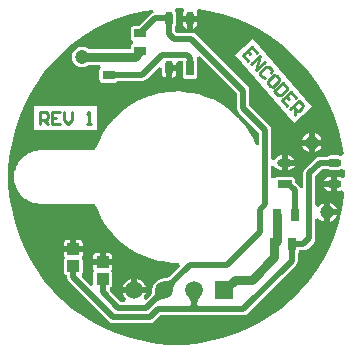
<source format=gtl>
G04 Layer_Physical_Order=1*
G04 Layer_Color=255*
%FSLAX25Y25*%
%MOIN*%
G70*
G01*
G75*
%ADD10R,0.03150X0.04134*%
%ADD11O,0.05118X0.02756*%
%ADD12R,0.05118X0.02756*%
%ADD13R,0.04134X0.03150*%
%ADD14R,0.04331X0.03937*%
%ADD15O,0.02756X0.05118*%
%ADD16R,0.02756X0.05118*%
%ADD17C,0.02000*%
%ADD18C,0.02953*%
%ADD19C,0.01000*%
%ADD20C,0.05905*%
%ADD21R,0.05905X0.05905*%
%ADD22C,0.04724*%
G36*
X71641Y32431D02*
X71454Y32229D01*
X71286Y32017D01*
X71139Y31794D01*
X71012Y31561D01*
X70905Y31318D01*
X70818Y31065D01*
X70750Y30801D01*
X70703Y30528D01*
X70676Y30244D01*
X70669Y29951D01*
X67746Y32874D01*
X68040Y32881D01*
X68323Y32908D01*
X68597Y32955D01*
X68860Y33022D01*
X69113Y33109D01*
X69356Y33217D01*
X69589Y33344D01*
X69812Y33491D01*
X70024Y33658D01*
X70227Y33846D01*
X71641Y32431D01*
D02*
G37*
G36*
X74208Y123604D02*
X74394Y122964D01*
X74138Y122581D01*
X73953Y121653D01*
Y121457D01*
X76378D01*
X78803D01*
Y121653D01*
X78618Y122581D01*
X78595Y122616D01*
X79174Y123521D01*
X82846Y122940D01*
X87131Y121911D01*
X91322Y120549D01*
X95393Y118863D01*
X99319Y116862D01*
X103076Y114560D01*
X106641Y111970D01*
X109992Y109108D01*
X113108Y105992D01*
X115970Y102641D01*
X118560Y99076D01*
X120862Y95319D01*
X122863Y91393D01*
X124549Y87322D01*
X125911Y83131D01*
X126939Y78846D01*
X127517Y75197D01*
X126613Y74618D01*
X126518Y74681D01*
X125591Y74866D01*
X123228D01*
X122301Y74681D01*
X122000Y74480D01*
X119685D01*
X118905Y74325D01*
X118243Y73883D01*
X114700Y70340D01*
X114258Y69678D01*
X114102Y68898D01*
Y63997D01*
X113118Y63900D01*
X113104Y63969D01*
X112662Y64631D01*
X112662Y64631D01*
X111453Y65841D01*
Y66732D01*
X111375Y67123D01*
X111154Y67453D01*
X110823Y67674D01*
X110433Y67752D01*
X105315D01*
X104925Y67674D01*
X104594Y67453D01*
X104464Y67259D01*
X103907Y67279D01*
X103480Y67423D01*
Y71359D01*
X104453Y71513D01*
X104979Y70727D01*
X105765Y70201D01*
X106693Y70016D01*
X106890D01*
Y72441D01*
Y74866D01*
X106693D01*
X105765Y74681D01*
X104979Y74155D01*
X104453Y73369D01*
X103480Y73523D01*
Y83205D01*
X103325Y83985D01*
X102883Y84647D01*
X96134Y91396D01*
Y96457D01*
X96134Y96457D01*
X95978Y97237D01*
X95536Y97899D01*
X95536Y97899D01*
X78214Y115222D01*
X77552Y115664D01*
X76772Y115819D01*
X71711D01*
X71330Y116199D01*
Y118063D01*
X71531Y118363D01*
X71716Y119291D01*
Y121653D01*
X71531Y122581D01*
X71258Y122990D01*
X71735Y123975D01*
X73935D01*
X74208Y123604D01*
D02*
G37*
G36*
X64243Y122465D02*
X64054Y122427D01*
X63393Y121985D01*
X59553Y118146D01*
X57776D01*
X57385Y118068D01*
X57055Y117847D01*
X56834Y117516D01*
X56756Y117126D01*
Y113976D01*
X56834Y113586D01*
X57055Y113255D01*
X57234Y113136D01*
X57317Y112598D01*
X57234Y112061D01*
X57055Y111941D01*
X56834Y111611D01*
X56756Y111221D01*
Y110202D01*
X51629D01*
X51279Y110272D01*
X47146D01*
X46796Y110202D01*
X42587D01*
X42050Y110614D01*
X41232Y110953D01*
X40354Y111068D01*
X39477Y110953D01*
X38659Y110614D01*
X37956Y110075D01*
X37418Y109373D01*
X37079Y108555D01*
X36963Y107677D01*
X37079Y106799D01*
X37418Y105982D01*
X37956Y105279D01*
X38659Y104740D01*
X39477Y104402D01*
X40354Y104286D01*
X41232Y104402D01*
X42050Y104740D01*
X42587Y105152D01*
X46411D01*
X46451Y105053D01*
X46575Y104168D01*
X46425Y104067D01*
X46204Y103737D01*
X46126Y103347D01*
Y100197D01*
X46204Y99807D01*
X46425Y99476D01*
X46755Y99255D01*
X47146Y99177D01*
X51279D01*
X51670Y99255D01*
X52000Y99476D01*
X52172Y99733D01*
X60433D01*
X61213Y99888D01*
X61875Y100330D01*
X65883Y104337D01*
X66867Y103930D01*
Y102756D01*
X67051Y101828D01*
X67577Y101041D01*
X68307Y100554D01*
Y103937D01*
X69291D01*
Y104921D01*
X71716D01*
Y105118D01*
X71645Y105473D01*
X72350Y106457D01*
X73980D01*
Y101378D01*
X74058Y100988D01*
X74279Y100657D01*
X74610Y100436D01*
X75000Y100358D01*
X77756D01*
X78146Y100436D01*
X78477Y100657D01*
X78698Y100988D01*
X78776Y101378D01*
Y106496D01*
X78698Y106886D01*
X78579Y107064D01*
X78645Y107630D01*
X79678Y107989D01*
X92055Y95612D01*
Y90551D01*
X92211Y89771D01*
X92653Y89109D01*
X99402Y82360D01*
Y78436D01*
X98430Y78238D01*
X98372Y78417D01*
X96987Y81340D01*
X96884Y81498D01*
X96804Y81669D01*
X95061Y84394D01*
X94940Y84538D01*
X94839Y84697D01*
X92766Y87180D01*
X92628Y87308D01*
X92507Y87453D01*
X90138Y89655D01*
X89984Y89764D01*
X89847Y89893D01*
X87219Y91778D01*
X87053Y91867D01*
X86900Y91978D01*
X84055Y93517D01*
X83879Y93584D01*
X83713Y93675D01*
X80697Y94842D01*
X80514Y94887D01*
X80338Y94956D01*
X77199Y95734D01*
X77012Y95755D01*
X76829Y95801D01*
X73616Y96176D01*
X73428Y96174D01*
X73241Y96197D01*
X70007Y96164D01*
X69820Y96138D01*
X69631Y96136D01*
X66427Y95696D01*
X66245Y95647D01*
X66058Y95622D01*
X62935Y94781D01*
X62761Y94709D01*
X62579Y94660D01*
X59587Y93433D01*
X59423Y93339D01*
X59248Y93268D01*
X56435Y91672D01*
X56284Y91559D01*
X56120Y91466D01*
X53530Y89529D01*
X53395Y89397D01*
X53244Y89285D01*
X50919Y87036D01*
X50802Y86888D01*
X50666Y86758D01*
X48644Y84234D01*
X48546Y84073D01*
X48427Y83926D01*
X46739Y81167D01*
X46663Y80995D01*
X46564Y80834D01*
X45237Y77885D01*
X45183Y77704D01*
X45105Y77532D01*
X44805Y76548D01*
X26634D01*
X26479Y76527D01*
X26323Y76531D01*
X25095Y76402D01*
X24792Y76330D01*
X24486Y76273D01*
X23312Y75892D01*
X23031Y75757D01*
X22743Y75638D01*
X21674Y75021D01*
X21427Y74831D01*
X21170Y74655D01*
X20253Y73829D01*
X20051Y73592D01*
X19836Y73366D01*
X19110Y72367D01*
X18962Y72094D01*
X18799Y71828D01*
X18297Y70700D01*
X18208Y70402D01*
X18104Y70108D01*
X17848Y68901D01*
X17823Y68590D01*
X17783Y68281D01*
Y67047D01*
X17823Y66738D01*
X17848Y66428D01*
X18104Y65220D01*
X18208Y64926D01*
X18297Y64628D01*
X18799Y63500D01*
X18962Y63234D01*
X19110Y62961D01*
X19836Y61962D01*
X20051Y61736D01*
X20253Y61499D01*
X21170Y60673D01*
X21427Y60497D01*
X21674Y60307D01*
X22743Y59690D01*
X23031Y59571D01*
X23312Y59437D01*
X24486Y59055D01*
X24792Y58998D01*
X25095Y58926D01*
X26323Y58797D01*
X26479Y58801D01*
X26634Y58780D01*
X44805D01*
X45105Y57796D01*
X45183Y57625D01*
X45237Y57444D01*
X46564Y54494D01*
X46663Y54334D01*
X46739Y54161D01*
X48427Y51402D01*
X48546Y51256D01*
X48644Y51094D01*
X50666Y48570D01*
X50802Y48440D01*
X50919Y48292D01*
X53244Y46043D01*
X53395Y45931D01*
X53530Y45799D01*
X56120Y43862D01*
X56284Y43769D01*
X56435Y43656D01*
X59248Y42060D01*
X59423Y41989D01*
X59587Y41896D01*
X62579Y40668D01*
X62761Y40620D01*
X62935Y40547D01*
X66058Y39706D01*
X66245Y39682D01*
X66427Y39632D01*
X69631Y39192D01*
X69820Y39191D01*
X70007Y39164D01*
X72657Y39138D01*
X73061Y38149D01*
X69287Y34375D01*
X69214Y34318D01*
X69063Y34218D01*
X68905Y34132D01*
X68741Y34059D01*
X68568Y34000D01*
X68384Y33953D01*
X68188Y33919D01*
X67979Y33899D01*
X67813Y33895D01*
X67716Y33908D01*
X66685Y33772D01*
X65723Y33374D01*
X64897Y32740D01*
X64264Y31915D01*
X63866Y30953D01*
X63730Y29921D01*
X63742Y29824D01*
X63739Y29659D01*
X63718Y29450D01*
X63685Y29254D01*
X63638Y29070D01*
X63578Y28897D01*
X63506Y28733D01*
X63420Y28575D01*
X63320Y28424D01*
X63262Y28351D01*
X61609Y26698D01*
X61488Y26726D01*
X61093Y27829D01*
X61169Y27928D01*
X61568Y28889D01*
X61574Y28937D01*
X57717D01*
X53859D01*
X53865Y28889D01*
X54264Y27928D01*
X54897Y27102D01*
X54979Y27039D01*
X54645Y26055D01*
X53335D01*
X49579Y29811D01*
X49793Y30819D01*
X49825Y30866D01*
X50130Y31070D01*
X50351Y31401D01*
X50429Y31791D01*
Y35728D01*
X50351Y36119D01*
X50130Y36449D01*
Y36779D01*
X50351Y37110D01*
X50429Y37500D01*
Y38484D01*
X44059D01*
Y37500D01*
X44137Y37110D01*
X44358Y36779D01*
Y36449D01*
X44137Y36119D01*
X44059Y35728D01*
Y31870D01*
X43878Y31716D01*
X43132Y31405D01*
X40253Y34284D01*
X40232Y34347D01*
X40288Y35401D01*
X40509Y35732D01*
X40587Y36122D01*
Y40059D01*
X40509Y40449D01*
X40288Y40780D01*
Y41110D01*
X40509Y41440D01*
X40587Y41831D01*
Y42815D01*
X34217D01*
Y41831D01*
X34294Y41440D01*
X34515Y41110D01*
Y40780D01*
X34294Y40449D01*
X34217Y40059D01*
Y36122D01*
X34294Y35732D01*
X34515Y35401D01*
X34846Y35180D01*
X35236Y35102D01*
X35362D01*
Y34252D01*
X35518Y33472D01*
X35960Y32810D01*
X49196Y19574D01*
X49857Y19132D01*
X50638Y18977D01*
X63054D01*
X63834Y19132D01*
X64496Y19574D01*
X66505Y21583D01*
X94095D01*
X94875Y21738D01*
X95536Y22180D01*
X111678Y38322D01*
X112120Y38983D01*
X112275Y39764D01*
Y42316D01*
X112532Y42488D01*
X112753Y42818D01*
X112831Y43209D01*
Y43236D01*
X114173D01*
X114954Y43392D01*
X115615Y43834D01*
X117584Y45802D01*
X118026Y46464D01*
X118181Y47244D01*
Y53549D01*
X119058Y54141D01*
X119165Y54138D01*
X119649Y53508D01*
X120352Y52969D01*
X121063Y52674D01*
Y55905D01*
Y59137D01*
X120352Y58842D01*
X119649Y58303D01*
X119165Y57673D01*
X119058Y57670D01*
X118181Y58262D01*
Y68053D01*
X120530Y70402D01*
X122000D01*
X122301Y70201D01*
X123228Y70016D01*
X125591D01*
X126518Y70201D01*
X126956Y70494D01*
X127939Y70114D01*
X127974Y70080D01*
Y67715D01*
X127953Y67694D01*
X126990Y67279D01*
X126518Y67594D01*
X125591Y67779D01*
X125394D01*
Y65354D01*
Y62930D01*
X125591D01*
X126518Y63114D01*
X126799Y63302D01*
X127743Y62749D01*
X127629Y61301D01*
X126939Y56949D01*
X125911Y52664D01*
X124549Y48474D01*
X122863Y44402D01*
X120862Y40476D01*
X118560Y36719D01*
X115970Y33154D01*
X113108Y29803D01*
X109992Y26687D01*
X106641Y23825D01*
X103076Y21235D01*
X99319Y18933D01*
X95393Y16932D01*
X91322Y15246D01*
X87131Y13884D01*
X82846Y12856D01*
X78494Y12166D01*
X74101Y11821D01*
X69694D01*
X65301Y12166D01*
X60949Y12856D01*
X56664Y13884D01*
X52473Y15246D01*
X48402Y16932D01*
X44476Y18933D01*
X40719Y21235D01*
X37154Y23825D01*
X33803Y26687D01*
X30687Y29803D01*
X27825Y33154D01*
X25235Y36719D01*
X22933Y40476D01*
X20932Y44402D01*
X19246Y48473D01*
X17884Y52664D01*
X16856Y56949D01*
X16166Y61301D01*
X15821Y65694D01*
Y70101D01*
X16166Y74494D01*
X16856Y78846D01*
X17884Y83131D01*
X19246Y87322D01*
X20932Y91393D01*
X22933Y95319D01*
X25235Y99076D01*
X27825Y102641D01*
X30687Y105992D01*
X33803Y109108D01*
X37154Y111970D01*
X40719Y114560D01*
X44476Y116862D01*
X48402Y118863D01*
X52473Y120549D01*
X56664Y121911D01*
X60949Y122940D01*
X64070Y123434D01*
X64243Y122465D01*
D02*
G37*
G36*
X79581Y27600D02*
X79399Y27380D01*
X79239Y27154D01*
X79101Y26920D01*
X78983Y26679D01*
X78887Y26432D01*
X78813Y26177D01*
X78759Y25916D01*
X78727Y25647D01*
X78722Y25516D01*
X78727Y25432D01*
X78756Y25262D01*
X78807Y25112D01*
X78877Y24982D01*
X78966Y24872D01*
X79076Y24782D01*
X79207Y24712D01*
X79356Y24662D01*
X79527Y24632D01*
X79716Y24622D01*
X77716Y22622D01*
X75717Y24622D01*
X75906Y24632D01*
X76077Y24662D01*
X76227Y24712D01*
X76357Y24782D01*
X76467Y24872D01*
X76556Y24982D01*
X76626Y25112D01*
X76676Y25262D01*
X76706Y25432D01*
X76711Y25516D01*
X76706Y25647D01*
X76674Y25916D01*
X76621Y26177D01*
X76546Y26432D01*
X76450Y26679D01*
X76332Y26920D01*
X76194Y27154D01*
X76034Y27380D01*
X75852Y27600D01*
X75650Y27813D01*
X79783D01*
X79581Y27600D01*
D02*
G37*
G36*
X67687Y26969D02*
X67393Y26962D01*
X67110Y26935D01*
X66836Y26888D01*
X66573Y26820D01*
X66320Y26733D01*
X66077Y26626D01*
X65844Y26499D01*
X65621Y26351D01*
X65409Y26184D01*
X65206Y25997D01*
X63792Y27411D01*
X63980Y27613D01*
X64147Y27826D01*
X64294Y28049D01*
X64421Y28282D01*
X64529Y28525D01*
X64616Y28778D01*
X64683Y29041D01*
X64730Y29314D01*
X64757Y29598D01*
X64764Y29892D01*
X67687Y26969D01*
D02*
G37*
%LPC*%
G36*
X97254Y113676D02*
X91273Y108461D01*
X111143Y85668D01*
X117125Y90883D01*
X97254Y113676D01*
D02*
G37*
G36*
X117913Y82365D02*
Y80118D01*
X120161D01*
X119866Y80830D01*
X119327Y81532D01*
X118625Y82071D01*
X117913Y82365D01*
D02*
G37*
G36*
X78803Y119488D02*
X77362D01*
Y117089D01*
X78092Y117577D01*
X78618Y118363D01*
X78803Y119291D01*
Y119488D01*
D02*
G37*
G36*
X75394D02*
X73953D01*
Y119291D01*
X74138Y118363D01*
X74664Y117577D01*
X75394Y117089D01*
Y119488D01*
D02*
G37*
G36*
X109055Y74866D02*
X108858D01*
Y73425D01*
X111257D01*
X110769Y74155D01*
X109983Y74681D01*
X109055Y74866D01*
D02*
G37*
G36*
X111257Y71457D02*
X108858D01*
Y70016D01*
X109055D01*
X109983Y70201D01*
X110769Y70727D01*
X111257Y71457D01*
D02*
G37*
G36*
X115945Y82365D02*
X115234Y82071D01*
X114531Y81532D01*
X113992Y80830D01*
X113698Y80118D01*
X115945D01*
Y82365D01*
D02*
G37*
G36*
X120161Y78150D02*
X117913D01*
Y75902D01*
X118625Y76197D01*
X119327Y76736D01*
X119866Y77438D01*
X120161Y78150D01*
D02*
G37*
G36*
X115945D02*
X113698D01*
X113992Y77438D01*
X114531Y76736D01*
X115234Y76197D01*
X115945Y75902D01*
Y78150D01*
D02*
G37*
G36*
X39567Y46787D02*
X38386D01*
Y44783D01*
X40587D01*
Y45768D01*
X40509Y46158D01*
X40288Y46489D01*
X39957Y46710D01*
X39567Y46787D01*
D02*
G37*
G36*
X125279Y54921D02*
X123031D01*
Y52674D01*
X123743Y52969D01*
X124445Y53508D01*
X124984Y54210D01*
X125279Y54921D01*
D02*
G37*
G36*
X123425Y64370D02*
X121026D01*
X121514Y63640D01*
X122301Y63114D01*
X123228Y62930D01*
X123425D01*
Y64370D01*
D02*
G37*
G36*
X123031Y59137D02*
Y56890D01*
X125279D01*
X124984Y57601D01*
X124445Y58303D01*
X123743Y58842D01*
X123031Y59137D01*
D02*
G37*
G36*
X58701Y33779D02*
Y30906D01*
X61574D01*
X61568Y30953D01*
X61169Y31915D01*
X60536Y32740D01*
X59710Y33374D01*
X58748Y33772D01*
X58701Y33779D01*
D02*
G37*
G36*
X56732Y33779D02*
X56685Y33772D01*
X55723Y33374D01*
X54897Y32740D01*
X54264Y31915D01*
X53865Y30953D01*
X53859Y30906D01*
X56732D01*
Y33779D01*
D02*
G37*
G36*
X46260Y42457D02*
X45079D01*
X44689Y42379D01*
X44358Y42158D01*
X44137Y41827D01*
X44059Y41437D01*
Y40453D01*
X46260D01*
Y42457D01*
D02*
G37*
G36*
X36417Y46787D02*
X35236D01*
X34846Y46710D01*
X34515Y46489D01*
X34294Y46158D01*
X34217Y45768D01*
Y44783D01*
X36417D01*
Y46787D01*
D02*
G37*
G36*
X49409Y42457D02*
X48228D01*
Y40453D01*
X50429D01*
Y41437D01*
X50351Y41827D01*
X50130Y42158D01*
X49800Y42379D01*
X49409Y42457D01*
D02*
G37*
G36*
X45433Y91369D02*
X24378D01*
Y83433D01*
X45433D01*
Y91369D01*
D02*
G37*
G36*
X71716Y102953D02*
X70275D01*
Y100554D01*
X71006Y101041D01*
X71531Y101828D01*
X71716Y102756D01*
Y102953D01*
D02*
G37*
G36*
X123425Y67779D02*
X123228D01*
X122301Y67594D01*
X121514Y67069D01*
X121026Y66339D01*
X123425D01*
Y67779D01*
D02*
G37*
%LPD*%
D10*
X104331Y45276D02*
D03*
X110236D02*
D03*
X105315Y55118D02*
D03*
X111221D02*
D03*
D11*
X124409Y65354D02*
D03*
Y72441D02*
D03*
X107874D02*
D03*
D12*
Y65354D02*
D03*
D13*
X59842Y109646D02*
D03*
Y115551D02*
D03*
X49213Y107677D02*
D03*
Y101772D02*
D03*
D14*
X47244Y39469D02*
D03*
Y33760D02*
D03*
X37402Y43799D02*
D03*
Y38091D02*
D03*
D15*
X76378Y120472D02*
D03*
X69291D02*
D03*
Y103937D02*
D03*
D16*
X76378D02*
D03*
D17*
X64834Y120543D02*
X69291D01*
Y120472D02*
Y120543D01*
Y115354D02*
Y120472D01*
X59842Y115551D02*
X64834Y120543D01*
X76378Y103937D02*
Y107480D01*
X75362Y108496D02*
X76378Y107480D01*
X67158Y108496D02*
X75362D01*
X60433Y101772D02*
X67158Y108496D01*
X111221Y55118D02*
Y63189D01*
X109055Y65354D02*
X111221Y63189D01*
X107874Y65354D02*
X109055D01*
X37402Y34252D02*
X50638Y21016D01*
X37402Y34252D02*
Y38091D01*
X50638Y21016D02*
X63054D01*
X65660Y23622D02*
X77716D01*
X63054Y21016D02*
X65660Y23622D01*
X94095D02*
X110236Y39764D01*
X77716Y23622D02*
X94095D01*
X77716D02*
Y29921D01*
X110236Y39764D02*
Y45276D01*
X101441Y58602D02*
Y83205D01*
X99621Y56783D02*
X101441Y58602D01*
X99621Y49227D02*
Y56783D01*
X52490Y24016D02*
X61811D01*
X47244Y29262D02*
X52490Y24016D01*
X47244Y29262D02*
Y33760D01*
X94095Y90551D02*
X101441Y83205D01*
X94095Y90551D02*
Y96457D01*
X76772Y113779D02*
X94095Y96457D01*
X88784Y38390D02*
X99621Y49227D01*
X76186Y38390D02*
X88784D01*
X70866Y113779D02*
X76772D01*
X69291Y115354D02*
X70866Y113779D01*
X119685Y72441D02*
X124409D01*
X116142Y68898D02*
X119685Y72441D01*
X67716Y29921D02*
X76186Y38390D01*
X49213Y101772D02*
X60433D01*
X110236Y45276D02*
X114173D01*
X61811Y24016D02*
X67716Y29921D01*
X116142Y47244D02*
Y68898D01*
X114173Y45276D02*
X116142Y47244D01*
D18*
X40354Y107677D02*
X49213D01*
X105315Y46260D02*
Y55118D01*
X104331Y45276D02*
X105315Y46260D01*
X104331Y40945D02*
Y45276D01*
X96850Y33465D02*
X104331Y40945D01*
X91260Y33465D02*
X96850D01*
X87717Y29921D02*
X91260Y33465D01*
X57874Y107677D02*
X59842Y109646D01*
X49213Y107677D02*
X57874D01*
D19*
X26378Y85433D02*
Y89369D01*
X28346D01*
X29002Y88713D01*
Y87401D01*
X28346Y86745D01*
X26378D01*
X27690D02*
X29002Y85433D01*
X32937Y89369D02*
X30314D01*
Y85433D01*
X32937D01*
X30314Y87401D02*
X31626D01*
X34249Y89369D02*
Y86745D01*
X35561Y85433D01*
X36873Y86745D01*
Y89369D01*
X42121Y85433D02*
X43433D01*
X42777D01*
Y89369D01*
X42121Y88713D01*
X98785Y108876D02*
X97061Y110854D01*
X94095Y108268D01*
X95819Y106290D01*
X95578Y109561D02*
X96440Y108572D01*
X96681Y105301D02*
X99647Y107887D01*
X98405Y103323D01*
X101372Y105910D01*
X103463Y102512D02*
X103527Y103437D01*
X102665Y104426D01*
X101739Y104490D01*
X99762Y102766D01*
X99698Y101840D01*
X100560Y100851D01*
X101486Y100788D01*
X106113Y100471D02*
X105251Y101460D01*
X104326Y101523D01*
X102348Y99799D01*
X102285Y98873D01*
X103147Y97884D01*
X104072Y97821D01*
X106050Y99545D01*
X106113Y100471D01*
X107406Y98987D02*
X104440Y96401D01*
X105733Y94918D01*
X106658Y94854D01*
X108636Y96579D01*
X108700Y97504D01*
X107406Y98987D01*
X111717Y94043D02*
X109993Y96021D01*
X107026Y93435D01*
X108750Y91457D01*
X108509Y94728D02*
X109371Y93739D01*
X109612Y90468D02*
X112579Y93054D01*
X113872Y91571D01*
X113809Y90645D01*
X112820Y89783D01*
X111894Y89847D01*
X110601Y91330D01*
X111463Y90341D02*
X111337Y88490D01*
D20*
X57717Y29921D02*
D03*
X67716D02*
D03*
X77716D02*
D03*
D21*
X87717D02*
D03*
D22*
X40354Y107677D02*
D03*
X116929Y79134D02*
D03*
X122047Y55905D02*
D03*
M02*

</source>
